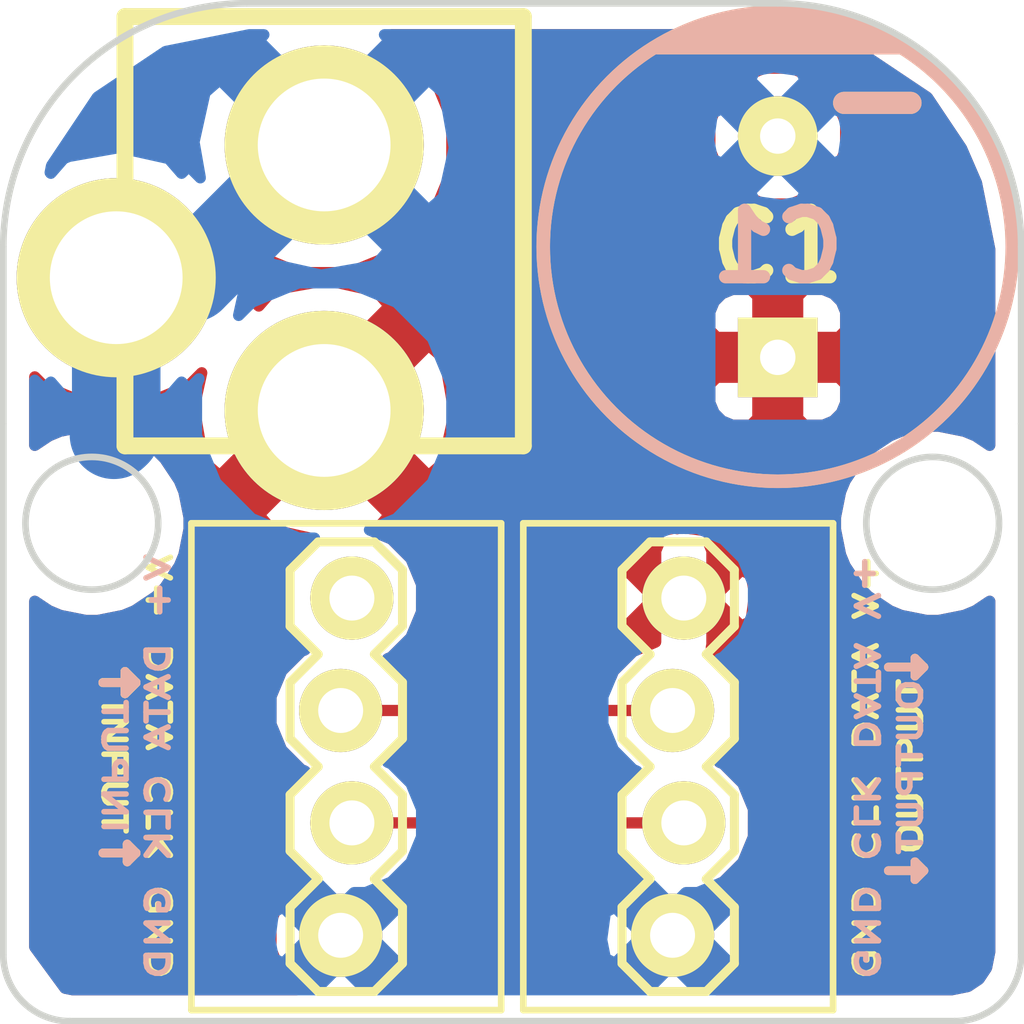
<source format=kicad_pcb>
(kicad_pcb (version 3) (host pcbnew "(2013-07-07 BZR 4022)-stable")

  (general
    (links 9)
    (no_connects 0)
    (area 91.637501 46.435512 117.3625 73.079001)
    (thickness 1.6)
    (drawings 66)
    (tracks 6)
    (zones 0)
    (modules 4)
    (nets 5)
  )

  (page A3)
  (layers
    (15 F.Cu signal)
    (0 B.Cu signal hide)
    (16 B.Adhes user)
    (17 F.Adhes user)
    (18 B.Paste user)
    (19 F.Paste user)
    (20 B.SilkS user hide)
    (21 F.SilkS user hide)
    (22 B.Mask user)
    (23 F.Mask user)
    (24 Dwgs.User user)
    (25 Cmts.User user)
    (26 Eco1.User user)
    (27 Eco2.User user)
    (28 Edge.Cuts user)
  )

  (setup
    (last_trace_width 0.254)
    (trace_clearance 0.254)
    (zone_clearance 0.508)
    (zone_45_only no)
    (trace_min 0.254)
    (segment_width 0.2)
    (edge_width 0.15)
    (via_size 0.889)
    (via_drill 0.635)
    (via_min_size 0.889)
    (via_min_drill 0.508)
    (uvia_size 0.508)
    (uvia_drill 0.127)
    (uvias_allowed no)
    (uvia_min_size 0.508)
    (uvia_min_drill 0.127)
    (pcb_text_width 0.3)
    (pcb_text_size 1.5 1.5)
    (mod_edge_width 0.15)
    (mod_text_size 1.5 1.5)
    (mod_text_width 0.15)
    (pad_size 1.524 1.524)
    (pad_drill 0.762)
    (pad_to_mask_clearance 0.2)
    (aux_axis_origin 0 0)
    (visible_elements 7FFFFBBF)
    (pcbplotparams
      (layerselection 284196865)
      (usegerberextensions true)
      (excludeedgelayer true)
      (linewidth 0.100000)
      (plotframeref false)
      (viasonmask false)
      (mode 1)
      (useauxorigin false)
      (hpglpennumber 1)
      (hpglpenspeed 20)
      (hpglpendiameter 15)
      (hpglpenoverlay 2)
      (psnegative false)
      (psa4output false)
      (plotreference true)
      (plotvalue true)
      (plotothertext true)
      (plotinvisibletext false)
      (padsonsilk false)
      (subtractmaskfromsilk false)
      (outputformat 1)
      (mirror false)
      (drillshape 0)
      (scaleselection 1)
      (outputdirectory gerberPowerTap/))
  )

  (net 0 "")
  (net 1 GND)
  (net 2 N-000004)
  (net 3 N-000005)
  (net 4 VSTRIP)

  (net_class Default "This is the default net class."
    (clearance 0.254)
    (trace_width 0.254)
    (via_dia 0.889)
    (via_drill 0.635)
    (uvia_dia 0.508)
    (uvia_drill 0.127)
    (add_net "")
    (add_net N-000004)
    (add_net N-000005)
    (add_net VSTRIP)
  )

  (net_class 2mm ""
    (clearance 0.254)
    (trace_width 2)
    (via_dia 0.889)
    (via_drill 0.635)
    (uvia_dia 0.508)
    (uvia_drill 0.127)
    (add_net GND)
  )

  (module ML_SparkFun-1X04_LOCK_SCREW (layer F.Cu) (tedit 53F661FE) (tstamp 53F66045)
    (at 108.25 67.25 270)
    (path /53CAE238)
    (attr virtual)
    (fp_text reference JP2 (at 1.8288 -2.4638 270) (layer F.SilkS) hide
      (effects (font (size 1.27 1.27) (thickness 0.0889)))
    )
    (fp_text value OUTPUT (at 0 2.5 270) (layer F.SilkS) hide
      (effects (font (size 1.27 1.27) (thickness 0.0889)))
    )
    (fp_line (start -5.5 -3.5) (end -5.5 3.5) (layer F.SilkS) (width 0.15))
    (fp_line (start -5.5 3.5) (end 5.5 3.5) (layer F.SilkS) (width 0.15))
    (fp_line (start 5.5 3.5) (end 5.5 -3.5) (layer F.SilkS) (width 0.15))
    (fp_line (start 5.5 -3.5) (end -5.5 -3.5) (layer F.SilkS) (width 0.15))
    (fp_line (start 3.556 0.254) (end 4.064 0.254) (layer F.SilkS) (width 0.06604))
    (fp_line (start 4.064 0.254) (end 4.064 -0.254) (layer F.SilkS) (width 0.06604))
    (fp_line (start 3.556 -0.254) (end 4.064 -0.254) (layer F.SilkS) (width 0.06604))
    (fp_line (start 3.556 0.254) (end 3.556 -0.254) (layer F.SilkS) (width 0.06604))
    (fp_line (start 1.016 0.254) (end 1.524 0.254) (layer F.SilkS) (width 0.06604))
    (fp_line (start 1.524 0.254) (end 1.524 -0.254) (layer F.SilkS) (width 0.06604))
    (fp_line (start 1.016 -0.254) (end 1.524 -0.254) (layer F.SilkS) (width 0.06604))
    (fp_line (start 1.016 0.254) (end 1.016 -0.254) (layer F.SilkS) (width 0.06604))
    (fp_line (start -1.524 0.254) (end -1.016 0.254) (layer F.SilkS) (width 0.06604))
    (fp_line (start -1.016 0.254) (end -1.016 -0.254) (layer F.SilkS) (width 0.06604))
    (fp_line (start -1.524 -0.254) (end -1.016 -0.254) (layer F.SilkS) (width 0.06604))
    (fp_line (start -1.524 0.254) (end -1.524 -0.254) (layer F.SilkS) (width 0.06604))
    (fp_line (start -4.064 0.254) (end -3.556 0.254) (layer F.SilkS) (width 0.06604))
    (fp_line (start -3.556 0.254) (end -3.556 -0.254) (layer F.SilkS) (width 0.06604))
    (fp_line (start -4.064 -0.254) (end -3.556 -0.254) (layer F.SilkS) (width 0.06604))
    (fp_line (start -4.064 0.254) (end -4.064 -0.254) (layer F.SilkS) (width 0.06604))
    (fp_line (start 3.175 -1.27) (end 4.445 -1.27) (layer F.SilkS) (width 0.2032))
    (fp_line (start 4.445 -1.27) (end 5.08 -0.635) (layer F.SilkS) (width 0.2032))
    (fp_line (start 5.08 0.635) (end 4.445 1.27) (layer F.SilkS) (width 0.2032))
    (fp_line (start 0 -0.635) (end 0.635 -1.27) (layer F.SilkS) (width 0.2032))
    (fp_line (start 0.635 -1.27) (end 1.905 -1.27) (layer F.SilkS) (width 0.2032))
    (fp_line (start 1.905 -1.27) (end 2.54 -0.635) (layer F.SilkS) (width 0.2032))
    (fp_line (start 2.54 0.635) (end 1.905 1.27) (layer F.SilkS) (width 0.2032))
    (fp_line (start 1.905 1.27) (end 0.635 1.27) (layer F.SilkS) (width 0.2032))
    (fp_line (start 0.635 1.27) (end 0 0.635) (layer F.SilkS) (width 0.2032))
    (fp_line (start 3.175 -1.27) (end 2.54 -0.635) (layer F.SilkS) (width 0.2032))
    (fp_line (start 2.54 0.635) (end 3.175 1.27) (layer F.SilkS) (width 0.2032))
    (fp_line (start 4.445 1.27) (end 3.175 1.27) (layer F.SilkS) (width 0.2032))
    (fp_line (start -4.445 -1.27) (end -3.175 -1.27) (layer F.SilkS) (width 0.2032))
    (fp_line (start -3.175 -1.27) (end -2.54 -0.635) (layer F.SilkS) (width 0.2032))
    (fp_line (start -2.54 0.635) (end -3.175 1.27) (layer F.SilkS) (width 0.2032))
    (fp_line (start -2.54 -0.635) (end -1.905 -1.27) (layer F.SilkS) (width 0.2032))
    (fp_line (start -1.905 -1.27) (end -0.635 -1.27) (layer F.SilkS) (width 0.2032))
    (fp_line (start -0.635 -1.27) (end 0 -0.635) (layer F.SilkS) (width 0.2032))
    (fp_line (start 0 0.635) (end -0.635 1.27) (layer F.SilkS) (width 0.2032))
    (fp_line (start -0.635 1.27) (end -1.905 1.27) (layer F.SilkS) (width 0.2032))
    (fp_line (start -1.905 1.27) (end -2.54 0.635) (layer F.SilkS) (width 0.2032))
    (fp_line (start -5.08 -0.635) (end -5.08 0.635) (layer F.SilkS) (width 0.2032))
    (fp_line (start -4.445 -1.27) (end -5.08 -0.635) (layer F.SilkS) (width 0.2032))
    (fp_line (start -5.08 0.635) (end -4.445 1.27) (layer F.SilkS) (width 0.2032))
    (fp_line (start -3.175 1.27) (end -4.445 1.27) (layer F.SilkS) (width 0.2032))
    (fp_line (start 5.08 -0.635) (end 5.08 0.635) (layer F.SilkS) (width 0.2032))
    (pad 1 thru_hole rect (at -3.81 -0.127 270) (size 1.8796 0) (drill 1.016)
      (layers *.Cu F.Paste F.SilkS F.Mask)
      (net 4 VSTRIP)
    )
    (pad 2 thru_hole circle (at -1.27 0.127 270) (size 1.8796 1.8796) (drill 1.016)
      (layers *.Cu *.Mask F.Paste F.SilkS)
      (net 2 N-000004)
    )
    (pad 3 thru_hole circle (at 1.27 -0.127 270) (size 1.8796 1.8796) (drill 1.016)
      (layers *.Cu *.Mask F.Paste F.SilkS)
      (net 3 N-000005)
    )
    (pad 4 thru_hole circle (at 3.81 0.127 270) (size 1.8796 1.8796) (drill 1.016)
      (layers *.Cu *.Mask F.Paste F.SilkS)
      (net 1 GND)
    )
    (pad 1 thru_hole circle (at -3.81 -0.127 270) (size 1.8796 1.8796) (drill 1.016)
      (layers *.Cu *.Mask F.Paste F.SilkS)
      (net 4 VSTRIP)
    )
  )

  (module ML_SparkFun-1X04_LOCK_SCREW (layer F.Cu) (tedit 53F661F2) (tstamp 53F6616F)
    (at 100.75 67.25 270)
    (path /53F65D4E)
    (attr virtual)
    (fp_text reference JP1 (at 1.8288 -2.4638 270) (layer F.SilkS) hide
      (effects (font (size 1.27 1.27) (thickness 0.0889)))
    )
    (fp_text value INPUT (at 0 2.5 270) (layer F.SilkS) hide
      (effects (font (size 1.27 1.27) (thickness 0.0889)))
    )
    (fp_line (start -5.5 -3.5) (end -5.5 3.5) (layer F.SilkS) (width 0.15))
    (fp_line (start -5.5 3.5) (end 5.5 3.5) (layer F.SilkS) (width 0.15))
    (fp_line (start 5.5 3.5) (end 5.5 -3.5) (layer F.SilkS) (width 0.15))
    (fp_line (start 5.5 -3.5) (end -5.5 -3.5) (layer F.SilkS) (width 0.15))
    (fp_line (start 3.556 0.254) (end 4.064 0.254) (layer F.SilkS) (width 0.06604))
    (fp_line (start 4.064 0.254) (end 4.064 -0.254) (layer F.SilkS) (width 0.06604))
    (fp_line (start 3.556 -0.254) (end 4.064 -0.254) (layer F.SilkS) (width 0.06604))
    (fp_line (start 3.556 0.254) (end 3.556 -0.254) (layer F.SilkS) (width 0.06604))
    (fp_line (start 1.016 0.254) (end 1.524 0.254) (layer F.SilkS) (width 0.06604))
    (fp_line (start 1.524 0.254) (end 1.524 -0.254) (layer F.SilkS) (width 0.06604))
    (fp_line (start 1.016 -0.254) (end 1.524 -0.254) (layer F.SilkS) (width 0.06604))
    (fp_line (start 1.016 0.254) (end 1.016 -0.254) (layer F.SilkS) (width 0.06604))
    (fp_line (start -1.524 0.254) (end -1.016 0.254) (layer F.SilkS) (width 0.06604))
    (fp_line (start -1.016 0.254) (end -1.016 -0.254) (layer F.SilkS) (width 0.06604))
    (fp_line (start -1.524 -0.254) (end -1.016 -0.254) (layer F.SilkS) (width 0.06604))
    (fp_line (start -1.524 0.254) (end -1.524 -0.254) (layer F.SilkS) (width 0.06604))
    (fp_line (start -4.064 0.254) (end -3.556 0.254) (layer F.SilkS) (width 0.06604))
    (fp_line (start -3.556 0.254) (end -3.556 -0.254) (layer F.SilkS) (width 0.06604))
    (fp_line (start -4.064 -0.254) (end -3.556 -0.254) (layer F.SilkS) (width 0.06604))
    (fp_line (start -4.064 0.254) (end -4.064 -0.254) (layer F.SilkS) (width 0.06604))
    (fp_line (start 3.175 -1.27) (end 4.445 -1.27) (layer F.SilkS) (width 0.2032))
    (fp_line (start 4.445 -1.27) (end 5.08 -0.635) (layer F.SilkS) (width 0.2032))
    (fp_line (start 5.08 0.635) (end 4.445 1.27) (layer F.SilkS) (width 0.2032))
    (fp_line (start 0 -0.635) (end 0.635 -1.27) (layer F.SilkS) (width 0.2032))
    (fp_line (start 0.635 -1.27) (end 1.905 -1.27) (layer F.SilkS) (width 0.2032))
    (fp_line (start 1.905 -1.27) (end 2.54 -0.635) (layer F.SilkS) (width 0.2032))
    (fp_line (start 2.54 0.635) (end 1.905 1.27) (layer F.SilkS) (width 0.2032))
    (fp_line (start 1.905 1.27) (end 0.635 1.27) (layer F.SilkS) (width 0.2032))
    (fp_line (start 0.635 1.27) (end 0 0.635) (layer F.SilkS) (width 0.2032))
    (fp_line (start 3.175 -1.27) (end 2.54 -0.635) (layer F.SilkS) (width 0.2032))
    (fp_line (start 2.54 0.635) (end 3.175 1.27) (layer F.SilkS) (width 0.2032))
    (fp_line (start 4.445 1.27) (end 3.175 1.27) (layer F.SilkS) (width 0.2032))
    (fp_line (start -4.445 -1.27) (end -3.175 -1.27) (layer F.SilkS) (width 0.2032))
    (fp_line (start -3.175 -1.27) (end -2.54 -0.635) (layer F.SilkS) (width 0.2032))
    (fp_line (start -2.54 0.635) (end -3.175 1.27) (layer F.SilkS) (width 0.2032))
    (fp_line (start -2.54 -0.635) (end -1.905 -1.27) (layer F.SilkS) (width 0.2032))
    (fp_line (start -1.905 -1.27) (end -0.635 -1.27) (layer F.SilkS) (width 0.2032))
    (fp_line (start -0.635 -1.27) (end 0 -0.635) (layer F.SilkS) (width 0.2032))
    (fp_line (start 0 0.635) (end -0.635 1.27) (layer F.SilkS) (width 0.2032))
    (fp_line (start -0.635 1.27) (end -1.905 1.27) (layer F.SilkS) (width 0.2032))
    (fp_line (start -1.905 1.27) (end -2.54 0.635) (layer F.SilkS) (width 0.2032))
    (fp_line (start -5.08 -0.635) (end -5.08 0.635) (layer F.SilkS) (width 0.2032))
    (fp_line (start -4.445 -1.27) (end -5.08 -0.635) (layer F.SilkS) (width 0.2032))
    (fp_line (start -5.08 0.635) (end -4.445 1.27) (layer F.SilkS) (width 0.2032))
    (fp_line (start -3.175 1.27) (end -4.445 1.27) (layer F.SilkS) (width 0.2032))
    (fp_line (start 5.08 -0.635) (end 5.08 0.635) (layer F.SilkS) (width 0.2032))
    (pad 1 thru_hole rect (at -3.81 -0.127 270) (size 1.8796 0) (drill 1.016)
      (layers *.Cu F.Paste F.SilkS F.Mask)
    )
    (pad 2 thru_hole circle (at -1.27 0.127 270) (size 1.8796 1.8796) (drill 1.016)
      (layers *.Cu *.Mask F.Paste F.SilkS)
      (net 2 N-000004)
    )
    (pad 3 thru_hole circle (at 1.27 -0.127 270) (size 1.8796 1.8796) (drill 1.016)
      (layers *.Cu *.Mask F.Paste F.SilkS)
      (net 3 N-000005)
    )
    (pad 4 thru_hole circle (at 3.81 0.127 270) (size 1.8796 1.8796) (drill 1.016)
      (layers *.Cu *.Mask F.Paste F.SilkS)
      (net 1 GND)
    )
    (pad 1 thru_hole circle (at -3.81 -0.127 270) (size 1.8796 1.8796) (drill 1.016)
      (layers *.Cu *.Mask F.Paste F.SilkS)
    )
  )

  (module ML_BARREL_JACK_ROUND_PADS_SHORT (layer F.Cu) (tedit 53D503A9) (tstamp 53F65EC6)
    (at 100.25 53 270)
    (descr "DC Barrel Jack")
    (tags "Power Jack")
    (path /53D3C759)
    (fp_text reference CON1 (at 10.09904 0 360) (layer F.SilkS) hide
      (effects (font (size 1.016 1.016) (thickness 0.2032)))
    )
    (fp_text value BARREL_JACK (at 0 -5.99948 270) (layer F.SilkS) hide
      (effects (font (size 1.016 1.016) (thickness 0.2032)))
    )
    (fp_line (start -2.7005 -4.50088) (end -2.7005 4.50088) (layer F.SilkS) (width 0.381))
    (fp_line (start -2.70062 4.50088) (end 7.00024 4.50088) (layer F.SilkS) (width 0.381))
    (fp_line (start 7.00024 4.50088) (end 7.00024 -4.50088) (layer F.SilkS) (width 0.381))
    (fp_line (start 7.00024 -4.50088) (end -2.70062 -4.50088) (layer F.SilkS) (width 0.381))
    (pad 1 thru_hole circle (at 6.20014 0 270) (size 4.5 4.5) (drill 2.99974)
      (layers *.Cu *.Mask F.SilkS)
      (net 4 VSTRIP)
    )
    (pad 2 thru_hole circle (at 0.20066 0 270) (size 4.5 4.5) (drill 2.99974)
      (layers *.Cu *.Mask F.SilkS)
      (net 1 GND)
    )
    (pad 3 thru_hole circle (at 3.2004 4.699 270) (size 4.5 4.5) (drill 2.99974)
      (layers *.Cu *.Mask F.SilkS)
      (net 1 GND)
    )
  )

  (module ML_CAP_DOUBLESIDED (layer F.Cu) (tedit 53F6718C) (tstamp 53F65ED2)
    (at 110.5 55.5)
    (descr "Capacitor, pol, cyl 10x12.5mm")
    (path /53D3C960)
    (fp_text reference C1 (at 0.068 0.056) (layer F.SilkS) hide
      (effects (font (size 1.524 1.524) (thickness 0.3048)))
    )
    (fp_text value CP1 (at 0 6.6) (layer F.SilkS) hide
      (effects (font (size 1.524 1.524) (thickness 0.3048)))
    )
    (fp_line (start -1.5 -5) (end 1.5 -5) (layer B.SilkS) (width 0.3084))
    (fp_line (start -2.25 -4.75) (end 2.25 -4.75) (layer B.SilkS) (width 0.3084))
    (fp_line (start -2.75 -4.5) (end 2.75 -4.5) (layer B.SilkS) (width 0.3084))
    (fp_line (start 1.5 -3.25) (end 3 -3.25) (layer B.SilkS) (width 0.5))
    (fp_circle (center 0 0) (end -5.3 0) (layer B.SilkS) (width 0.3084))
    (fp_line (start -2.7 -4.5) (end 2.7 -4.5) (layer F.SilkS) (width 0.3048))
    (fp_line (start 2.3 -4.7) (end -2.3 -4.7) (layer F.SilkS) (width 0.3048))
    (fp_line (start 1.9 -4.9) (end -1.9 -4.9) (layer F.SilkS) (width 0.3048))
    (fp_line (start -1.3 -5.1) (end 1.3 -5.1) (layer F.SilkS) (width 0.3048))
    (fp_circle (center 0 0) (end -5.3 0) (layer F.SilkS) (width 0.3048))
    (fp_line (start 1.5 -3.25) (end 3 -3.25) (layer F.SilkS) (width 0.5))
    (pad 1 thru_hole rect (at 0 2.5) (size 1.8 1.8) (drill 0.8)
      (layers *.Cu *.Mask F.SilkS)
      (net 4 VSTRIP)
    )
    (pad 2 thru_hole circle (at 0 -2.5) (size 1.8 1.8) (drill 0.8)
      (layers *.Cu *.Mask F.SilkS)
      (net 1 GND)
    )
    (model walter/capacitors/cp_10x12.5mm.wrl
      (at (xyz 0 0 0))
      (scale (xyz 1 1 1))
      (rotate (xyz 0 0 0))
    )
  )

  (gr_circle (center 95 61.75) (end 93.5 61.75) (layer Edge.Cuts) (width 0.15))
  (gr_circle (center 114 61.75) (end 115.5 61.75) (layer Edge.Cuts) (width 0.15))
  (gr_arc (start 114.5 71.5) (end 116 71.5) (angle 90) (layer Edge.Cuts) (width 0.15))
  (gr_arc (start 94.5 71.5) (end 94.5 73) (angle 90) (layer Edge.Cuts) (width 0.15))
  (gr_line (start 114.5 73) (end 94.5 73) (angle 90) (layer Edge.Cuts) (width 0.15))
  (gr_line (start 116 59.5) (end 116 71.5) (angle 90) (layer Edge.Cuts) (width 0.15))
  (gr_line (start 93 59.5) (end 93 71.5) (angle 90) (layer Edge.Cuts) (width 0.15))
  (gr_text C1 (at 110.5 55.5) (layer F.SilkS)
    (effects (font (size 1.5 1.5) (thickness 0.3)))
  )
  (gr_text C1 (at 110.5 55.5) (layer B.SilkS)
    (effects (font (size 1.5 1.5) (thickness 0.3)) (justify mirror))
  )
  (gr_line (start 113.6 65.2) (end 113.8 65) (angle 90) (layer B.SilkS) (width 0.2))
  (gr_line (start 113.6 64.8) (end 113.6 65.2) (angle 90) (layer B.SilkS) (width 0.2))
  (gr_line (start 113.8 65) (end 113.6 64.8) (angle 90) (layer B.SilkS) (width 0.2))
  (gr_line (start 113 65) (end 113.8 65) (angle 90) (layer B.SilkS) (width 0.2))
  (gr_line (start 113.6 69.8) (end 113.8 69.6) (angle 90) (layer B.SilkS) (width 0.2))
  (gr_line (start 113.6 69.4) (end 113.6 69.8) (angle 90) (layer B.SilkS) (width 0.2))
  (gr_line (start 113.8 69.6) (end 113.6 69.4) (angle 90) (layer B.SilkS) (width 0.2))
  (gr_line (start 113 69.6) (end 113.8 69.6) (angle 90) (layer B.SilkS) (width 0.2))
  (gr_line (start 95.8 69.4) (end 96 69.2) (angle 90) (layer B.SilkS) (width 0.2))
  (gr_line (start 95.8 69) (end 95.8 69.4) (angle 90) (layer B.SilkS) (width 0.2))
  (gr_line (start 96 69.2) (end 95.8 69) (angle 90) (layer B.SilkS) (width 0.2))
  (gr_line (start 95.25 69.2) (end 96 69.2) (angle 90) (layer B.SilkS) (width 0.2))
  (gr_line (start 96 69.2) (end 95.25 69.2) (angle 90) (layer F.SilkS) (width 0.2))
  (gr_line (start 95.75 65.6) (end 96 65.35) (angle 90) (layer B.SilkS) (width 0.2))
  (gr_line (start 95.75 65.1) (end 95.75 65.6) (angle 90) (layer B.SilkS) (width 0.2))
  (gr_line (start 96 65.35) (end 95.75 65.1) (angle 90) (layer B.SilkS) (width 0.2))
  (gr_line (start 95.25 65.35) (end 96 65.35) (angle 90) (layer B.SilkS) (width 0.2))
  (gr_text INPUT (at 95.5 67.25 270) (layer B.SilkS)
    (effects (font (size 0.5 0.7) (thickness 0.125)) (justify mirror))
  )
  (gr_text OUTPUT (at 113.5 67.25 90) (layer B.SilkS)
    (effects (font (size 0.5 0.7) (thickness 0.125)) (justify mirror))
  )
  (gr_text "GND CLK DATA V+" (at 112.5 67.25 270) (layer B.SilkS)
    (effects (font (size 0.5 0.7) (thickness 0.125)) (justify mirror))
  )
  (gr_text "V+ DATA CLK GND" (at 96.5 67.25 90) (layer B.SilkS)
    (effects (font (size 0.5 0.7) (thickness 0.125)) (justify mirror))
  )
  (gr_line (start 113.6 69.8) (end 113.8 69.6) (angle 90) (layer F.SilkS) (width 0.2))
  (gr_line (start 113.6 69.4) (end 113.6 69.8) (angle 90) (layer F.SilkS) (width 0.2))
  (gr_line (start 113.8 69.6) (end 113.6 69.4) (angle 90) (layer F.SilkS) (width 0.2))
  (gr_line (start 113 69.6) (end 113.8 69.6) (angle 90) (layer F.SilkS) (width 0.2))
  (gr_line (start 113.6 65.2) (end 113.8 65) (angle 90) (layer F.SilkS) (width 0.2))
  (gr_line (start 113.6 64.8) (end 113.6 65.2) (angle 90) (layer F.SilkS) (width 0.2))
  (gr_line (start 113.8 65) (end 113.6 64.8) (angle 90) (layer F.SilkS) (width 0.2))
  (gr_line (start 113 65) (end 113.8 65) (angle 90) (layer F.SilkS) (width 0.2))
  (gr_line (start 95.8 69.4) (end 96 69.2) (angle 90) (layer F.SilkS) (width 0.2))
  (gr_line (start 95.8 69) (end 95.8 69.4) (angle 90) (layer F.SilkS) (width 0.2))
  (gr_line (start 96 69.2) (end 95.8 69) (angle 90) (layer F.SilkS) (width 0.2))
  (gr_line (start 95.25 65.35) (end 96 65.35) (angle 90) (layer F.SilkS) (width 0.2) (tstamp 53F66F45))
  (gr_line (start 96 65.35) (end 95.75 65.1) (angle 90) (layer F.SilkS) (width 0.2) (tstamp 53F66F44))
  (gr_line (start 95.75 65.1) (end 95.75 65.6) (angle 90) (layer F.SilkS) (width 0.2) (tstamp 53F66F43))
  (gr_line (start 95.75 65.6) (end 96 65.35) (angle 90) (layer F.SilkS) (width 0.2) (tstamp 53F66F42))
  (gr_line (start 95.75 65.6) (end 96 65.35) (angle 90) (layer F.SilkS) (width 0.2) (tstamp 53F66F41))
  (gr_line (start 95.75 65.1) (end 95.75 65.6) (angle 90) (layer F.SilkS) (width 0.2) (tstamp 53F66F40))
  (gr_line (start 96 65.35) (end 95.75 65.1) (angle 90) (layer F.SilkS) (width 0.2) (tstamp 53F66F3F))
  (gr_line (start 95.25 65.35) (end 96 65.35) (angle 90) (layer F.SilkS) (width 0.2) (tstamp 53F66F3E))
  (gr_line (start 95.25 65.35) (end 96 65.35) (angle 90) (layer F.SilkS) (width 0.2) (tstamp 53F66F3D))
  (gr_line (start 96 65.35) (end 95.75 65.1) (angle 90) (layer F.SilkS) (width 0.2) (tstamp 53F66F3C))
  (gr_line (start 95.75 65.1) (end 95.75 65.6) (angle 90) (layer F.SilkS) (width 0.2) (tstamp 53F66F3B))
  (gr_line (start 95.75 65.6) (end 96 65.35) (angle 90) (layer F.SilkS) (width 0.2) (tstamp 53F66F3A))
  (gr_line (start 95.75 65.6) (end 96 65.35) (angle 90) (layer F.SilkS) (width 0.2))
  (gr_line (start 95.75 65.1) (end 95.75 65.6) (angle 90) (layer F.SilkS) (width 0.2))
  (gr_line (start 96 65.35) (end 95.75 65.1) (angle 90) (layer F.SilkS) (width 0.2))
  (gr_line (start 95.25 65.35) (end 96 65.35) (angle 90) (layer F.SilkS) (width 0.2))
  (gr_text OUTPUT (at 113.5 67.25 90) (layer F.SilkS)
    (effects (font (size 0.5 0.7) (thickness 0.125)))
  )
  (gr_text INPUT (at 95.5 67.25 270) (layer F.SilkS)
    (effects (font (size 0.5 0.7) (thickness 0.125)))
  )
  (gr_text "V+ DATA CLK GND" (at 96.5 67.25 270) (layer F.SilkS)
    (effects (font (size 0.5 0.7) (thickness 0.125)))
  )
  (gr_text "GND CLK DATA V+" (at 112.5 67.25 90) (layer F.SilkS)
    (effects (font (size 0.5 0.7) (thickness 0.125)))
  )
  (gr_arc (start 98.5 55.5) (end 93 55.5) (angle 90) (layer Edge.Cuts) (width 0.15))
  (gr_arc (start 110.5 55.5) (end 110.5 50) (angle 90) (layer Edge.Cuts) (width 0.15))
  (gr_line (start 93 55.5) (end 93 59.5) (angle 90) (layer Edge.Cuts) (width 0.15) (tstamp 53F66799))
  (gr_line (start 110.5 50) (end 98.5 50) (angle 90) (layer Edge.Cuts) (width 0.15))
  (gr_line (start 116 55.5) (end 116 59.5) (angle 90) (layer Edge.Cuts) (width 0.15) (tstamp 53F667AD))

  (segment (start 95.551 56.2004) (end 95.551 59.699) (width 2) (layer B.Cu) (net 1))
  (segment (start 95.551 59.699) (end 95.5 59.75) (width 2) (layer B.Cu) (net 1) (tstamp 53F66ABC))
  (segment (start 95.551 56.2004) (end 97.25026 56.2004) (width 2) (layer B.Cu) (net 1))
  (segment (start 97.25026 56.2004) (end 100.25 53.20066) (width 2) (layer B.Cu) (net 1) (tstamp 53F66AA3))
  (segment (start 100.623 65.98) (end 108.123 65.98) (width 0.254) (layer F.Cu) (net 2))
  (segment (start 100.877 68.52) (end 108.377 68.52) (width 0.254) (layer F.Cu) (net 3))

  (zone (net 1) (net_name GND) (layer B.Cu) (tstamp 544AF113) (hatch edge 0.508)
    (connect_pads (clearance 0.508))
    (min_thickness 0.254)
    (fill (arc_segments 16) (thermal_gap 0.508) (thermal_bridge_width 1.5))
    (polygon
      (pts
        (xy 115.697 71.501) (xy 114.681 72.771) (xy 104.267 72.771) (xy 94.615 72.771) (xy 93.218 70.866)
        (xy 93.218 54.737) (xy 94.869 51.689) (xy 98.044 50.292) (xy 110.744 50.292) (xy 114.046 51.562)
        (xy 115.697 55.372) (xy 115.697 71.501)
      )
    )
    (filled_polygon
      (pts
        (xy 96.446197 56.214542) (xy 95.565142 57.095597) (xy 95.551 57.081455) (xy 95.536857 57.095597) (xy 94.655802 56.214542)
        (xy 94.669945 56.2004) (xy 94.655802 56.186257) (xy 95.536857 55.305202) (xy 95.551 55.319345) (xy 95.565142 55.305202)
        (xy 96.446197 56.186257) (xy 96.432055 56.2004) (xy 96.446197 56.214542)
      )
    )
    (filled_polygon
      (pts
        (xy 115.29 71.432363) (xy 115.217392 71.795729) (xy 115.047952 72.049795) (xy 114.798159 72.216386) (xy 114.429759 72.29)
        (xy 109.952073 72.29) (xy 109.952073 68.208127) (xy 109.712829 67.629113) (xy 109.270217 67.185728) (xy 109.18123 67.148777)
        (xy 109.457272 66.873217) (xy 109.697526 66.294621) (xy 109.698073 65.668127) (xy 109.458829 65.089113) (xy 109.181658 64.811458)
        (xy 109.267887 64.775829) (xy 109.711272 64.333217) (xy 109.951526 63.754621) (xy 109.952073 63.128127) (xy 109.712829 62.549113)
        (xy 109.270217 62.105728) (xy 108.691621 61.865474) (xy 108.065127 61.864927) (xy 107.486113 62.104171) (xy 107.042728 62.546783)
        (xy 106.802474 63.125379) (xy 106.801927 63.751873) (xy 107.041171 64.330887) (xy 107.318341 64.608541) (xy 107.232113 64.644171)
        (xy 106.788728 65.086783) (xy 106.548474 65.665379) (xy 106.547927 66.291873) (xy 106.787171 66.870887) (xy 107.229783 67.314272)
        (xy 107.318769 67.351222) (xy 107.042728 67.626783) (xy 106.802474 68.205379) (xy 106.801927 68.831873) (xy 107.041171 69.410887)
        (xy 107.483783 69.854272) (xy 107.651419 69.92388) (xy 108.123 70.395461) (xy 108.423619 70.094841) (xy 108.688873 70.095073)
        (xy 109.267887 69.855829) (xy 109.711272 69.413217) (xy 109.951526 68.834621) (xy 109.952073 68.208127) (xy 109.952073 72.29)
        (xy 109.725629 72.29) (xy 109.725629 70.961505) (xy 109.641328 70.537698) (xy 109.422926 70.424613) (xy 108.787539 71.06)
        (xy 109.422926 71.695387) (xy 109.641328 71.582302) (xy 109.725629 70.961505) (xy 109.725629 72.29) (xy 108.688461 72.29)
        (xy 108.123 71.724539) (xy 107.557539 72.29) (xy 107.458461 72.29) (xy 107.458461 71.06) (xy 106.823074 70.424613)
        (xy 106.604672 70.537698) (xy 106.520371 71.158495) (xy 106.604672 71.582302) (xy 106.823074 71.695387) (xy 107.458461 71.06)
        (xy 107.458461 72.29) (xy 103.190794 72.29) (xy 103.190794 53.265979) (xy 102.991936 52.135614) (xy 102.941943 52.01492)
        (xy 102.608297 51.723418) (xy 101.131055 53.20066) (xy 102.608297 54.677902) (xy 102.941943 54.3864) (xy 103.190794 53.265979)
        (xy 103.190794 72.29) (xy 103.135499 72.29) (xy 102.225629 72.29) (xy 102.225629 70.961505) (xy 102.141328 70.537698)
        (xy 101.922926 70.424613) (xy 101.287539 71.06) (xy 101.922926 71.695387) (xy 102.141328 71.582302) (xy 102.225629 70.961505)
        (xy 102.225629 72.29) (xy 101.188461 72.29) (xy 100.623 71.724539) (xy 100.057539 72.29) (xy 99.958461 72.29)
        (xy 99.958461 71.06) (xy 99.323074 70.424613) (xy 99.104672 70.537698) (xy 99.020371 71.158495) (xy 99.104672 71.582302)
        (xy 99.323074 71.695387) (xy 99.958461 71.06) (xy 99.958461 72.29) (xy 94.567636 72.29) (xy 94.394365 72.255377)
        (xy 93.71 71.322151) (xy 93.71 63.511121) (xy 94.029175 63.723985) (xy 94.031005 63.725818) (xy 94.286853 63.832055)
        (xy 94.860778 63.946737) (xy 95.137806 63.946978) (xy 95.140051 63.94605) (xy 95.709343 63.832294) (xy 95.711931 63.832297)
        (xy 95.967965 63.726506) (xy 96.454882 63.401773) (xy 96.650941 63.206055) (xy 96.651872 63.203812) (xy 96.973985 62.720824)
        (xy 96.975818 62.718995) (xy 97.082055 62.463147) (xy 97.196737 61.889222) (xy 97.196737 61.888387) (xy 97.196978 61.887806)
        (xy 97.196858 61.75) (xy 97.196978 61.612194) (xy 97.196737 61.611612) (xy 97.196737 61.610778) (xy 97.082055 61.036853)
        (xy 97.028242 60.907256) (xy 96.975818 60.781005) (xy 96.973985 60.779175) (xy 96.651872 60.296187) (xy 96.650941 60.293945)
        (xy 96.454882 60.098227) (xy 95.967965 59.773494) (xy 95.711931 59.667703) (xy 95.709343 59.667705) (xy 95.140051 59.553949)
        (xy 95.137806 59.553022) (xy 94.860778 59.553263) (xy 94.286853 59.667945) (xy 94.031005 59.774182) (xy 94.029175 59.776014)
        (xy 93.71 59.988878) (xy 93.71 59.5) (xy 93.71 58.515819) (xy 93.913319 58.719138) (xy 94.073758 58.558698)
        (xy 94.36526 58.892343) (xy 95.485681 59.141194) (xy 96.616046 58.942336) (xy 96.73674 58.892343) (xy 97.028241 58.558698)
        (xy 97.028242 58.558699) (xy 97.188681 58.719138) (xy 97.423334 58.484484) (xy 97.365502 58.62376) (xy 97.364501 59.771484)
        (xy 97.80279 60.832226) (xy 98.613645 61.644497) (xy 99.67362 62.084638) (xy 100.032628 62.084951) (xy 99.986113 62.104171)
        (xy 99.542728 62.546783) (xy 99.302474 63.125379) (xy 99.301927 63.751873) (xy 99.541171 64.330887) (xy 99.818341 64.608541)
        (xy 99.732113 64.644171) (xy 99.288728 65.086783) (xy 99.048474 65.665379) (xy 99.047927 66.291873) (xy 99.287171 66.870887)
        (xy 99.729783 67.314272) (xy 99.818769 67.351222) (xy 99.542728 67.626783) (xy 99.302474 68.205379) (xy 99.301927 68.831873)
        (xy 99.541171 69.410887) (xy 99.983783 69.854272) (xy 100.151419 69.92388) (xy 100.623 70.395461) (xy 100.923619 70.094841)
        (xy 101.188873 70.095073) (xy 101.767887 69.855829) (xy 102.211272 69.413217) (xy 102.451526 68.834621) (xy 102.452073 68.208127)
        (xy 102.212829 67.629113) (xy 101.770217 67.185728) (xy 101.68123 67.148777) (xy 101.957272 66.873217) (xy 102.197526 66.294621)
        (xy 102.198073 65.668127) (xy 101.958829 65.089113) (xy 101.681658 64.811458) (xy 101.767887 64.775829) (xy 102.211272 64.333217)
        (xy 102.451526 63.754621) (xy 102.452073 63.128127) (xy 102.212829 62.549113) (xy 101.770217 62.105728) (xy 101.272702 61.899141)
        (xy 101.882086 61.64735) (xy 102.694357 60.836495) (xy 103.134498 59.77652) (xy 103.135499 58.628796) (xy 102.69721 57.568054)
        (xy 101.886355 56.755783) (xy 101.727242 56.689713) (xy 100.82638 56.315642) (xy 99.678656 56.314641) (xy 98.617914 56.75293)
        (xy 98.316825 57.053493) (xy 98.491794 56.265719) (xy 98.349435 55.456514) (xy 98.612319 55.719398) (xy 98.772758 55.558958)
        (xy 99.06426 55.892603) (xy 100.184681 56.141454) (xy 101.315046 55.942596) (xy 101.43574 55.892603) (xy 101.727242 55.558957)
        (xy 100.25 54.081715) (xy 100.235857 54.095857) (xy 99.368945 53.228945) (xy 99.354802 53.214802) (xy 99.368945 53.20066)
        (xy 97.891703 51.723418) (xy 97.558057 52.01492) (xy 97.309206 53.135341) (xy 97.451564 53.944545) (xy 97.188681 53.681662)
        (xy 97.028241 53.842101) (xy 96.73674 53.508457) (xy 95.616319 53.259606) (xy 94.485954 53.458464) (xy 94.36526 53.508457)
        (xy 94.073758 53.842101) (xy 94.058387 53.826729) (xy 94.089947 53.668788) (xy 95.126788 52.119972) (xy 96.668054 51.088184)
        (xy 98.560684 50.71) (xy 98.888401 50.71) (xy 98.772758 50.842363) (xy 100.25 52.319605) (xy 101.727242 50.842363)
        (xy 101.611598 50.71) (xy 110.42976 50.71) (xy 112.331211 51.089947) (xy 113.880027 52.126788) (xy 114.652092 53.280086)
        (xy 114.9902 54.060334) (xy 115.29 55.560684) (xy 115.29 59.5) (xy 115.29 59.988264) (xy 114.967965 59.773494)
        (xy 114.711931 59.667703) (xy 114.709343 59.667705) (xy 114.140051 59.553949) (xy 114.137806 59.553022) (xy 113.860778 59.553263)
        (xy 113.286853 59.667945) (xy 113.031005 59.774182) (xy 113.029175 59.776014) (xy 112.546187 60.098127) (xy 112.543945 60.099059)
        (xy 112.348227 60.295118) (xy 112.062616 60.723373) (xy 112.062616 52.912365) (xy 111.977206 52.482977) (xy 111.760334 52.376062)
        (xy 111.136396 53) (xy 111.760334 53.623938) (xy 111.977206 53.517023) (xy 112.062616 52.912365) (xy 112.062616 60.723373)
        (xy 112.03511 60.764617) (xy 112.03511 58.774245) (xy 112.03511 56.974245) (xy 111.938641 56.740771) (xy 111.760168 56.561987)
        (xy 111.526864 56.465111) (xy 111.274245 56.46489) (xy 111.123938 56.46489) (xy 111.123938 54.260334) (xy 111.123938 51.739666)
        (xy 111.017023 51.522794) (xy 110.412365 51.437384) (xy 109.982977 51.522794) (xy 109.876062 51.739666) (xy 110.5 52.363604)
        (xy 111.123938 51.739666) (xy 111.123938 54.260334) (xy 110.5 53.636396) (xy 109.876062 54.260334) (xy 109.982977 54.477206)
        (xy 110.587635 54.562616) (xy 111.017023 54.477206) (xy 111.123938 54.260334) (xy 111.123938 56.46489) (xy 109.863604 56.46489)
        (xy 109.863604 53) (xy 109.239666 52.376062) (xy 109.022794 52.482977) (xy 108.937384 53.087635) (xy 109.022794 53.517023)
        (xy 109.239666 53.623938) (xy 109.863604 53) (xy 109.863604 56.46489) (xy 109.474245 56.46489) (xy 109.240771 56.561359)
        (xy 109.061987 56.739832) (xy 108.965111 56.973136) (xy 108.96489 57.225755) (xy 108.96489 59.025755) (xy 109.061359 59.259229)
        (xy 109.239832 59.438013) (xy 109.473136 59.534889) (xy 109.725755 59.53511) (xy 111.525755 59.53511) (xy 111.759229 59.438641)
        (xy 111.938013 59.260168) (xy 112.034889 59.026864) (xy 112.03511 58.774245) (xy 112.03511 60.764617) (xy 112.023494 60.782035)
        (xy 111.917703 61.038069) (xy 111.917705 61.040656) (xy 111.803764 61.610878) (xy 111.803763 61.611509) (xy 111.803522 61.612094)
        (xy 111.803642 61.75) (xy 111.803522 61.887906) (xy 111.803763 61.88849) (xy 111.803764 61.889122) (xy 111.917705 62.459343)
        (xy 111.917703 62.461931) (xy 112.023494 62.717965) (xy 112.348227 63.204882) (xy 112.543945 63.400941) (xy 112.546187 63.401872)
        (xy 113.029175 63.723985) (xy 113.031005 63.725818) (xy 113.286853 63.832055) (xy 113.860778 63.946737) (xy 114.137806 63.946978)
        (xy 114.140051 63.94605) (xy 114.709343 63.832294) (xy 114.711931 63.832297) (xy 114.967965 63.726506) (xy 115.29 63.511735)
        (xy 115.29 71.432363)
      )
    )
  )
  (zone (net 4) (net_name VSTRIP) (layer F.Cu) (tstamp 544AF175) (hatch edge 0.508)
    (connect_pads (clearance 0.508))
    (min_thickness 0.254)
    (fill (arc_segments 16) (thermal_gap 0.508) (thermal_bridge_width 1.5))
    (polygon
      (pts
        (xy 104.521 72.771) (xy 94.615 72.771) (xy 93.218 70.866) (xy 93.218 54.864) (xy 94.869 51.689)
        (xy 98.044 50.292) (xy 110.617 50.292) (xy 114.046 51.562) (xy 115.697 55.372) (xy 115.697 71.501)
        (xy 114.681 72.771) (xy 105.029 72.771) (xy 104.648 72.771) (xy 104.521 72.771)
      )
    )
    (filled_polygon
      (pts
        (xy 115.29 71.432363) (xy 115.217392 71.795729) (xy 115.047952 72.049795) (xy 114.798159 72.216386) (xy 114.429759 72.29)
        (xy 110.05 72.29) (xy 110.05 59.37625) (xy 110.05 58.45) (xy 110.05 57.55) (xy 110.05 56.62375)
        (xy 109.89125 56.465) (xy 109.474245 56.46489) (xy 109.240771 56.561359) (xy 109.061987 56.739832) (xy 108.965111 56.973136)
        (xy 108.96489 57.225755) (xy 108.965 57.39125) (xy 109.12375 57.55) (xy 110.05 57.55) (xy 110.05 58.45)
        (xy 109.12375 58.45) (xy 108.965 58.60875) (xy 108.96489 58.774245) (xy 108.965111 59.026864) (xy 109.061987 59.260168)
        (xy 109.240771 59.438641) (xy 109.474245 59.53511) (xy 109.89125 59.535) (xy 110.05 59.37625) (xy 110.05 72.29)
        (xy 109.979629 72.29) (xy 109.979629 63.341505) (xy 109.895328 62.917698) (xy 109.676926 62.804613) (xy 109.041539 63.44)
        (xy 109.676926 64.075387) (xy 109.895328 63.962302) (xy 109.979629 63.341505) (xy 109.979629 72.29) (xy 109.1199 72.29)
        (xy 109.457272 71.953217) (xy 109.697526 71.374621) (xy 109.698073 70.748127) (xy 109.458829 70.169113) (xy 109.181658 69.891458)
        (xy 109.267887 69.855829) (xy 109.711272 69.413217) (xy 109.951526 68.834621) (xy 109.952073 68.208127) (xy 109.712829 67.629113)
        (xy 109.270217 67.185728) (xy 109.18123 67.148777) (xy 109.457272 66.873217) (xy 109.697526 66.294621) (xy 109.698073 65.668127)
        (xy 109.458829 65.089113) (xy 109.016217 64.645728) (xy 109.012387 64.644137) (xy 109.012387 62.140074) (xy 108.899302 61.921672)
        (xy 108.529495 61.871454) (xy 108.526316 61.874633) (xy 108.513392 61.869267) (xy 108.484129 61.865293) (xy 108.483289 61.865292)
        (xy 108.483289 61.865179) (xy 108.482758 61.865107) (xy 108.425668 61.865157) (xy 108.483289 61.865179) (xy 108.483289 61.865292)
        (xy 108.377 61.8652) (xy 108.250136 61.865311) (xy 108.227683 61.874633) (xy 108.21825 61.8652) (xy 108.328331 61.865157)
        (xy 108.251245 61.86509) (xy 108.377 61.865138) (xy 108.482686 61.865097) (xy 108.278505 61.837371) (xy 107.854698 61.921672)
        (xy 107.741613 62.140074) (xy 107.810334 62.208795) (xy 107.74189 62.374445) (xy 107.742 62.81135) (xy 107.90075 62.9701)
        (xy 108.377 62.9701) (xy 108.85325 62.9701) (xy 109.012 62.81135) (xy 109.01211 62.374445) (xy 108.943665 62.208795)
        (xy 109.012387 62.140074) (xy 109.012387 64.644137) (xy 109.000002 64.638994) (xy 109.000002 64.534858) (xy 109.01211 64.505555)
        (xy 109.012 64.06865) (xy 108.85325 63.9099) (xy 108.377 63.9099) (xy 107.90075 63.9099) (xy 107.742 64.06865)
        (xy 107.741908 64.433527) (xy 107.712461 64.445694) (xy 107.712461 63.44) (xy 107.077074 62.804613) (xy 106.858672 62.917698)
        (xy 106.774371 63.538495) (xy 106.858672 63.962302) (xy 107.077074 64.075387) (xy 107.712461 63.44) (xy 107.712461 64.445694)
        (xy 107.232113 64.644171) (xy 106.788728 65.086783) (xy 106.734241 65.218) (xy 103.190794 65.218) (xy 103.190794 59.265459)
        (xy 102.991936 58.135094) (xy 102.941943 58.0144) (xy 102.608297 57.722898) (xy 101.727242 58.603953) (xy 101.131055 59.20014)
        (xy 102.608297 60.677382) (xy 102.941943 60.38588) (xy 103.190794 59.265459) (xy 103.190794 65.218) (xy 102.012084 65.218)
        (xy 101.958829 65.089113) (xy 101.681658 64.811458) (xy 101.767887 64.775829) (xy 102.211272 64.333217) (xy 102.451526 63.754621)
        (xy 102.452073 63.128127) (xy 102.212829 62.549113) (xy 101.770217 62.105728) (xy 101.34561 61.929415) (xy 101.43574 61.892083)
        (xy 101.727242 61.558437) (xy 100.25 60.081195) (xy 98.772758 61.558437) (xy 99.06426 61.892083) (xy 99.997666 62.099397)
        (xy 99.986113 62.104171) (xy 99.542728 62.546783) (xy 99.302474 63.125379) (xy 99.301927 63.751873) (xy 99.541171 64.330887)
        (xy 99.818341 64.608541) (xy 99.732113 64.644171) (xy 99.288728 65.086783) (xy 99.048474 65.665379) (xy 99.047927 66.291873)
        (xy 99.287171 66.870887) (xy 99.729783 67.314272) (xy 99.818769 67.351222) (xy 99.542728 67.626783) (xy 99.302474 68.205379)
        (xy 99.301927 68.831873) (xy 99.541171 69.410887) (xy 99.818341 69.688541) (xy 99.732113 69.724171) (xy 99.288728 70.166783)
        (xy 99.048474 70.745379) (xy 99.047927 71.371873) (xy 99.287171 71.950887) (xy 99.625692 72.29) (xy 94.567636 72.29)
        (xy 94.394365 72.255377) (xy 93.71 71.322151) (xy 93.71 63.511121) (xy 94.029175 63.723985) (xy 94.031005 63.725818)
        (xy 94.286853 63.832055) (xy 94.860778 63.946737) (xy 95.137806 63.946978) (xy 95.140051 63.94605) (xy 95.709343 63.832294)
        (xy 95.711931 63.832297) (xy 95.967965 63.726506) (xy 96.454882 63.401773) (xy 96.650941 63.206055) (xy 96.651872 63.203812)
        (xy 96.973985 62.720824) (xy 96.975818 62.718995) (xy 97.082055 62.463147) (xy 97.196737 61.889222) (xy 97.196737 61.888387)
        (xy 97.196978 61.887806) (xy 97.196858 61.75) (xy 97.196978 61.612194) (xy 97.196737 61.611612) (xy 97.196737 61.610778)
        (xy 97.082055 61.036853) (xy 96.975818 60.781005) (xy 96.973985 60.779175) (xy 96.651872 60.296187) (xy 96.650941 60.293945)
        (xy 96.454882 60.098227) (xy 95.967965 59.773494) (xy 95.711931 59.667703) (xy 95.709343 59.667705) (xy 95.140051 59.553949)
        (xy 95.137806 59.553022) (xy 94.860778 59.553263) (xy 94.286853 59.667945) (xy 94.031005 59.774182) (xy 94.029175 59.776014)
        (xy 93.71 59.988878) (xy 93.71 59.5) (xy 93.71 58.439754) (xy 93.914645 58.644757) (xy 94.97462 59.084898)
        (xy 96.122344 59.085899) (xy 97.183086 58.64761) (xy 97.484174 58.347046) (xy 97.309206 59.134821) (xy 97.508064 60.265186)
        (xy 97.558057 60.38588) (xy 97.891703 60.677382) (xy 99.368945 59.20014) (xy 99.354802 59.185997) (xy 100.235857 58.304942)
        (xy 100.25 58.319085) (xy 101.727242 56.841843) (xy 101.43574 56.508197) (xy 100.315319 56.259346) (xy 99.184954 56.458204)
        (xy 99.06426 56.508197) (xy 98.772758 56.841841) (xy 98.612319 56.681402) (xy 98.377665 56.916055) (xy 98.435498 56.77678)
        (xy 98.436499 55.629056) (xy 98.322645 55.353509) (xy 98.613645 55.645017) (xy 99.67362 56.085158) (xy 100.821344 56.086159)
        (xy 101.882086 55.64787) (xy 102.694357 54.837015) (xy 103.134498 53.77704) (xy 103.135499 52.629316) (xy 102.69721 51.568574)
        (xy 101.886355 50.756303) (xy 101.774845 50.71) (xy 110.42976 50.71) (xy 112.331211 51.089947) (xy 113.880027 52.126788)
        (xy 114.652092 53.280085) (xy 114.9902 54.060335) (xy 115.29 55.560684) (xy 115.29 59.5) (xy 115.29 59.988264)
        (xy 114.967965 59.773494) (xy 114.711931 59.667703) (xy 114.709343 59.667705) (xy 114.140051 59.553949) (xy 114.137806 59.553022)
        (xy 113.860778 59.553263) (xy 113.286853 59.667945) (xy 113.031005 59.774182) (xy 113.029175 59.776014) (xy 112.546187 60.098127)
        (xy 112.543945 60.099059) (xy 112.348227 60.295118) (xy 112.035265 60.764385) (xy 112.035265 52.696009) (xy 111.802068 52.131629)
        (xy 111.370643 51.699449) (xy 110.80667 51.465267) (xy 110.196009 51.464735) (xy 109.631629 51.697932) (xy 109.199449 52.129357)
        (xy 108.965267 52.69333) (xy 108.964735 53.303991) (xy 109.197932 53.868371) (xy 109.629357 54.300551) (xy 110.19333 54.534733)
        (xy 110.803991 54.535265) (xy 111.368371 54.302068) (xy 111.800551 53.870643) (xy 112.034733 53.30667) (xy 112.035265 52.696009)
        (xy 112.035265 60.764385) (xy 112.03511 60.764617) (xy 112.03511 58.774245) (xy 112.03511 57.225755) (xy 112.034889 56.973136)
        (xy 111.938013 56.739832) (xy 111.759229 56.561359) (xy 111.525755 56.46489) (xy 111.10875 56.465) (xy 110.95 56.62375)
        (xy 110.95 57.55) (xy 111.87625 57.55) (xy 112.035 57.39125) (xy 112.03511 57.225755) (xy 112.03511 58.774245)
        (xy 112.035 58.60875) (xy 111.87625 58.45) (xy 110.95 58.45) (xy 110.95 59.37625) (xy 111.10875 59.535)
        (xy 111.525755 59.53511) (xy 111.759229 59.438641) (xy 111.938013 59.260168) (xy 112.034889 59.026864) (xy 112.03511 58.774245)
        (xy 112.03511 60.764617) (xy 112.023494 60.782035) (xy 111.917703 61.038069) (xy 111.917705 61.040656) (xy 111.803764 61.610878)
        (xy 111.803763 61.611509) (xy 111.803522 61.612094) (xy 111.803642 61.75) (xy 111.803522 61.887906) (xy 111.803763 61.88849)
        (xy 111.803764 61.889122) (xy 111.917705 62.459343) (xy 111.917703 62.461931) (xy 112.023494 62.717965) (xy 112.348227 63.204882)
        (xy 112.543945 63.400941) (xy 112.546187 63.401872) (xy 113.029175 63.723985) (xy 113.031005 63.725818) (xy 113.286853 63.832055)
        (xy 113.860778 63.946737) (xy 114.137806 63.946978) (xy 114.140051 63.94605) (xy 114.709343 63.832294) (xy 114.711931 63.832297)
        (xy 114.967965 63.726506) (xy 115.29 63.511735) (xy 115.29 71.432363)
      )
    )
  )
)

</source>
